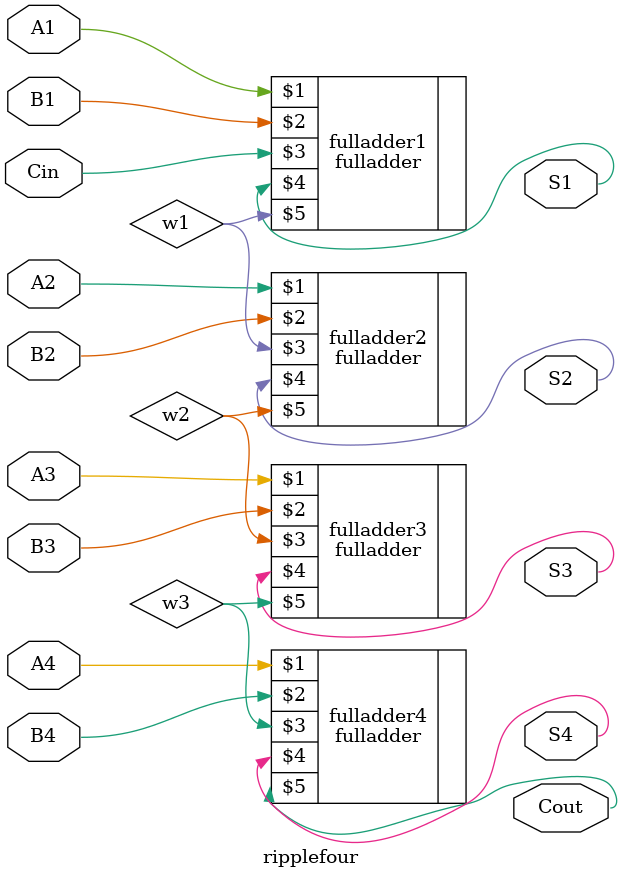
<source format=v>
`timescale 1ns / 1ns

module ripplefour(Cin, A1, B1, S1, A2, B2, S2, A3, B3, S3, A4, B4, S4, Cout);
input Cin, A1, B1, A2, B2, A3, B3, A4, B4;
output S1, S2, S3, S4, Cout;
wire w1,w2,w3;
        
fulladder fulladder1(A1, B1, Cin, S1, w1);
fulladder fulladder2(A2, B2, w1, S2, w2);
fulladder fulladder3(A3, B3, w2, S3, w3);
fulladder fulladder4(A4, B4, w3, S4, Cout);

endmodule


</source>
